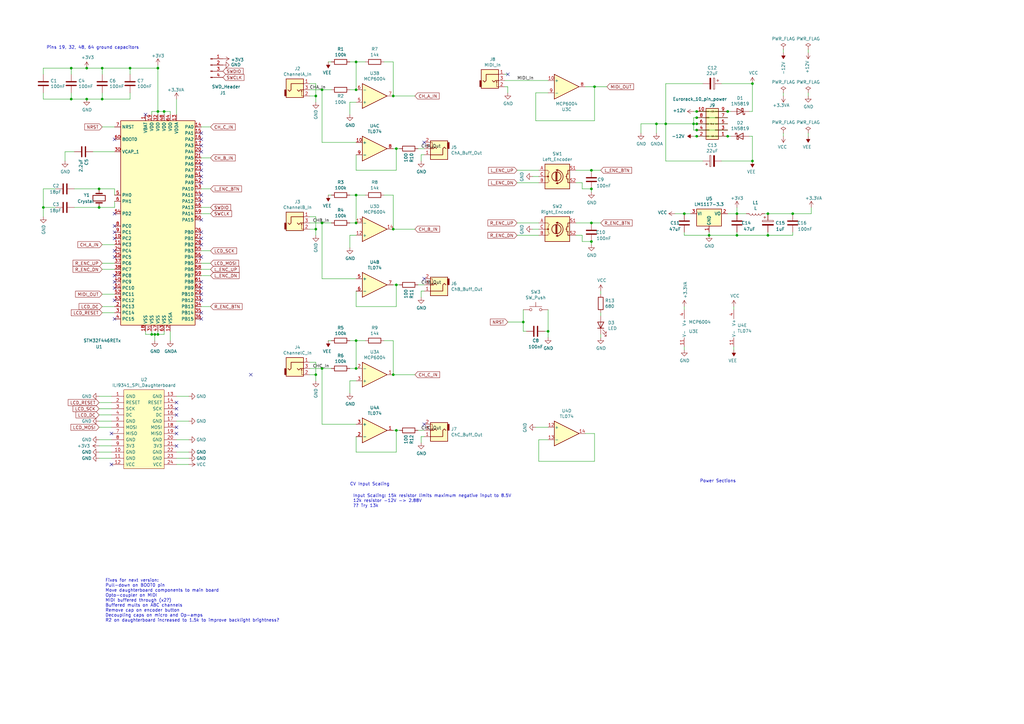
<source format=kicad_sch>
(kicad_sch (version 20211123) (generator eeschema)
  (paper "A3")
  (junction (at 35.56 40.64))
  (junction (at 17.78 85.09))
  (junction (at 214.63 132.08))
  (junction (at 308.61 66.04))
  (junction (at 146.05 36.83))
  (junction (at 162.56 60.96))
  (junction (at 132.08 91.44))
  (junction (at 242.57 91.44))
  (junction (at 308.61 34.29))
  (junction (at 132.08 151.13))
  (junction (at 161.29 153.67))
  (junction (at 314.96 87.63))
  (junction (at 162.56 176.53))
  (junction (at 35.56 27.94))
  (junction (at 146.05 80.01))
  (junction (at 242.57 69.85))
  (junction (at 146.05 151.13))
  (junction (at 129.54 93.98))
  (junction (at 285.75 55.88))
  (junction (at 325.12 87.63))
  (junction (at 40.64 85.09))
  (junction (at 146.05 25.4))
  (junction (at 302.26 96.52))
  (junction (at 67.31 45.72))
  (junction (at 40.64 77.47))
  (junction (at 302.26 87.63))
  (junction (at 64.77 137.16))
  (junction (at 29.21 27.94))
  (junction (at 224.79 135.89))
  (junction (at 285.75 45.72))
  (junction (at 129.54 153.67))
  (junction (at 243.84 35.56))
  (junction (at 242.57 77.47))
  (junction (at 161.29 39.37))
  (junction (at 63.5 137.16))
  (junction (at 53.34 27.94))
  (junction (at 64.77 27.94))
  (junction (at 146.05 91.44))
  (junction (at 162.56 116.84))
  (junction (at 41.91 27.94))
  (junction (at 285.75 48.26))
  (junction (at 298.45 45.72))
  (junction (at 314.96 96.52))
  (junction (at 273.05 50.8))
  (junction (at 41.91 40.64))
  (junction (at 280.67 87.63))
  (junction (at 146.05 139.7))
  (junction (at 285.75 53.34))
  (junction (at 242.57 99.06))
  (junction (at 290.83 96.52))
  (junction (at 29.21 40.64))
  (junction (at 161.29 93.98))
  (junction (at 284.48 50.8))
  (junction (at 132.08 36.83))
  (junction (at 269.24 50.8))
  (junction (at 285.75 50.8))
  (junction (at 64.77 45.72))
  (junction (at 129.54 39.37))
  (junction (at 298.45 55.88))
  (junction (at 62.23 137.16))
  (no_connect (at 46.99 57.15))
  (no_connect (at 72.39 170.18))
  (no_connect (at 46.99 130.81))
  (no_connect (at 82.55 69.85))
  (no_connect (at 72.39 165.1))
  (no_connect (at 46.99 118.11))
  (no_connect (at 82.55 95.25))
  (no_connect (at 46.99 115.57))
  (no_connect (at 102.87 153.67))
  (no_connect (at 173.99 58.42))
  (no_connect (at 82.55 62.23))
  (no_connect (at 82.55 105.41))
  (no_connect (at 82.55 80.01))
  (no_connect (at 46.99 92.71))
  (no_connect (at 72.39 175.26))
  (no_connect (at 59.69 46.99))
  (no_connect (at 208.28 30.48))
  (no_connect (at 173.99 173.99))
  (no_connect (at 82.55 120.65))
  (no_connect (at 45.72 190.5))
  (no_connect (at 46.99 87.63))
  (no_connect (at 46.99 102.87))
  (no_connect (at 82.55 72.39))
  (no_connect (at 82.55 115.57))
  (no_connect (at 82.55 97.79))
  (no_connect (at 46.99 97.79))
  (no_connect (at 173.99 114.3))
  (no_connect (at 46.99 95.25))
  (no_connect (at 45.72 177.8))
  (no_connect (at 82.55 67.31))
  (no_connect (at 72.39 182.88))
  (no_connect (at 82.55 74.93))
  (no_connect (at 82.55 128.27))
  (no_connect (at 82.55 118.11))
  (no_connect (at 82.55 54.61))
  (no_connect (at 82.55 57.15))
  (no_connect (at 82.55 100.33))
  (no_connect (at 46.99 113.03))
  (no_connect (at 82.55 130.81))
  (no_connect (at 46.99 105.41))
  (no_connect (at 82.55 82.55))
  (no_connect (at 72.39 177.8))
  (no_connect (at 46.99 123.19))
  (no_connect (at 72.39 167.64))
  (no_connect (at 82.55 59.69))
  (no_connect (at 82.55 90.17))
  (no_connect (at 82.55 123.19))
  (wire (pts (xy 72.39 185.42) (xy 77.47 185.42)))
  (wire (pts (xy 53.34 27.94) (xy 64.77 27.94)))
  (wire (pts (xy 132.08 36.83) (xy 135.89 36.83)))
  (wire (pts (xy 302.26 87.63) (xy 306.07 87.63)))
  (wire (pts (xy 162.56 116.84) (xy 163.83 116.84)))
  (wire (pts (xy 17.78 40.64) (xy 17.78 38.1)))
  (wire (pts (xy 173.99 63.5) (xy 172.72 63.5)))
  (wire (pts (xy 69.85 46.99) (xy 69.85 45.72)))
  (wire (pts (xy 262.89 50.8) (xy 262.89 54.61)))
  (wire (pts (xy 302.26 95.25) (xy 302.26 96.52)))
  (wire (pts (xy 134.62 25.4) (xy 135.89 25.4)))
  (wire (pts (xy 129.54 148.59) (xy 129.54 153.67)))
  (wire (pts (xy 64.77 45.72) (xy 64.77 46.99)))
  (wire (pts (xy 46.99 85.09) (xy 40.64 85.09)))
  (wire (pts (xy 243.84 177.8) (xy 243.84 189.23)))
  (wire (pts (xy 45.72 175.26) (xy 40.64 175.26)))
  (wire (pts (xy 46.99 100.33) (xy 41.91 100.33)))
  (wire (pts (xy 238.76 99.06) (xy 242.57 99.06)))
  (wire (pts (xy 59.69 137.16) (xy 59.69 135.89)))
  (wire (pts (xy 62.23 45.72) (xy 62.23 46.99)))
  (wire (pts (xy 41.91 125.73) (xy 46.99 125.73)))
  (wire (pts (xy 127 88.9) (xy 129.54 88.9)))
  (wire (pts (xy 162.56 60.96) (xy 163.83 60.96)))
  (wire (pts (xy 285.75 53.34) (xy 298.45 53.34)))
  (wire (pts (xy 302.26 96.52) (xy 314.96 96.52)))
  (wire (pts (xy 149.86 25.4) (xy 146.05 25.4)))
  (wire (pts (xy 300.99 125.73) (xy 300.99 127)))
  (wire (pts (xy 307.34 55.88) (xy 308.61 55.88)))
  (wire (pts (xy 45.72 165.1) (xy 40.64 165.1)))
  (wire (pts (xy 238.76 77.47) (xy 242.57 77.47)))
  (wire (pts (xy 284.48 53.34) (xy 285.75 53.34)))
  (wire (pts (xy 313.69 87.63) (xy 314.96 87.63)))
  (wire (pts (xy 157.48 25.4) (xy 161.29 25.4)))
  (wire (pts (xy 143.51 96.52) (xy 143.51 101.6)))
  (wire (pts (xy 53.34 40.64) (xy 53.34 38.1)))
  (wire (pts (xy 224.79 38.1) (xy 219.71 38.1)))
  (wire (pts (xy 69.85 135.89) (xy 69.85 139.7)))
  (wire (pts (xy 269.24 50.8) (xy 262.89 50.8)))
  (wire (pts (xy 127 148.59) (xy 129.54 148.59)))
  (wire (pts (xy 236.22 91.44) (xy 242.57 91.44)))
  (wire (pts (xy 46.99 120.65) (xy 41.91 120.65)))
  (wire (pts (xy 331.47 38.1) (xy 331.47 39.37)))
  (wire (pts (xy 172.72 179.07) (xy 172.72 181.61)))
  (wire (pts (xy 161.29 60.96) (xy 162.56 60.96)))
  (wire (pts (xy 171.45 176.53) (xy 173.99 176.53)))
  (wire (pts (xy 242.57 69.85) (xy 246.38 69.85)))
  (wire (pts (xy 162.56 185.42) (xy 162.56 176.53)))
  (wire (pts (xy 331.47 54.61) (xy 331.47 55.88)))
  (wire (pts (xy 64.77 135.89) (xy 64.77 137.16)))
  (wire (pts (xy 288.29 34.29) (xy 273.05 34.29)))
  (wire (pts (xy 212.09 69.85) (xy 220.98 69.85)))
  (wire (pts (xy 308.61 66.04) (xy 295.91 66.04)))
  (wire (pts (xy 17.78 40.64) (xy 29.21 40.64)))
  (wire (pts (xy 170.18 153.67) (xy 161.29 153.67)))
  (wire (pts (xy 170.18 39.37) (xy 161.29 39.37)))
  (wire (pts (xy 127 36.83) (xy 132.08 36.83)))
  (wire (pts (xy 242.57 99.06) (xy 242.57 100.33)))
  (wire (pts (xy 284.48 53.34) (xy 284.48 50.8)))
  (wire (pts (xy 171.45 60.96) (xy 173.99 60.96)))
  (wire (pts (xy 236.22 74.93) (xy 238.76 74.93)))
  (wire (pts (xy 214.63 132.08) (xy 214.63 135.89)))
  (wire (pts (xy 308.61 45.72) (xy 308.61 34.29)))
  (wire (pts (xy 72.39 187.96) (xy 77.47 187.96)))
  (wire (pts (xy 290.83 96.52) (xy 280.67 96.52)))
  (wire (pts (xy 314.96 87.63) (xy 325.12 87.63)))
  (wire (pts (xy 129.54 39.37) (xy 129.54 34.29)))
  (wire (pts (xy 157.48 139.7) (xy 161.29 139.7)))
  (wire (pts (xy 314.96 96.52) (xy 314.96 95.25)))
  (wire (pts (xy 224.79 127) (xy 224.79 135.89)))
  (wire (pts (xy 224.79 135.89) (xy 224.79 138.43)))
  (wire (pts (xy 30.48 62.23) (xy 26.67 62.23)))
  (wire (pts (xy 146.05 63.5) (xy 146.05 69.85)))
  (wire (pts (xy 82.55 85.09) (xy 86.36 85.09)))
  (wire (pts (xy 146.05 125.73) (xy 162.56 125.73)))
  (wire (pts (xy 284.48 50.8) (xy 285.75 50.8)))
  (wire (pts (xy 82.55 113.03) (xy 86.36 113.03)))
  (wire (pts (xy 298.45 45.72) (xy 299.72 45.72)))
  (wire (pts (xy 223.52 135.89) (xy 224.79 135.89)))
  (wire (pts (xy 280.67 142.24) (xy 280.67 143.51)))
  (wire (pts (xy 64.77 45.72) (xy 67.31 45.72)))
  (wire (pts (xy 82.55 64.77) (xy 86.36 64.77)))
  (wire (pts (xy 127 153.67) (xy 129.54 153.67)))
  (wire (pts (xy 132.08 151.13) (xy 135.89 151.13)))
  (wire (pts (xy 146.05 80.01) (xy 146.05 91.44)))
  (wire (pts (xy 284.48 48.26) (xy 284.48 50.8)))
  (wire (pts (xy 86.36 125.73) (xy 82.55 125.73)))
  (wire (pts (xy 308.61 55.88) (xy 308.61 66.04)))
  (wire (pts (xy 22.86 77.47) (xy 17.78 77.47)))
  (wire (pts (xy 127 151.13) (xy 132.08 151.13)))
  (wire (pts (xy 284.48 48.26) (xy 285.75 48.26)))
  (wire (pts (xy 146.05 119.38) (xy 146.05 125.73)))
  (wire (pts (xy 143.51 139.7) (xy 146.05 139.7)))
  (wire (pts (xy 162.56 176.53) (xy 163.83 176.53)))
  (wire (pts (xy 46.99 77.47) (xy 40.64 77.47)))
  (wire (pts (xy 143.51 91.44) (xy 146.05 91.44)))
  (wire (pts (xy 207.01 30.48) (xy 208.28 30.48)))
  (wire (pts (xy 82.55 52.07) (xy 86.36 52.07)))
  (wire (pts (xy 41.91 52.07) (xy 46.99 52.07)))
  (wire (pts (xy 146.05 96.52) (xy 143.51 96.52)))
  (wire (pts (xy 64.77 26.67) (xy 64.77 27.94)))
  (wire (pts (xy 146.05 25.4) (xy 146.05 36.83)))
  (wire (pts (xy 134.62 80.01) (xy 135.89 80.01)))
  (wire (pts (xy 30.48 85.09) (xy 40.64 85.09)))
  (wire (pts (xy 41.91 110.49) (xy 46.99 110.49)))
  (wire (pts (xy 45.72 162.56) (xy 40.64 162.56)))
  (wire (pts (xy 17.78 27.94) (xy 29.21 27.94)))
  (wire (pts (xy 290.83 96.52) (xy 302.26 96.52)))
  (wire (pts (xy 146.05 179.07) (xy 146.05 185.42)))
  (wire (pts (xy 29.21 38.1) (xy 29.21 40.64)))
  (wire (pts (xy 67.31 45.72) (xy 69.85 45.72)))
  (wire (pts (xy 161.29 116.84) (xy 162.56 116.84)))
  (wire (pts (xy 321.31 38.1) (xy 321.31 39.37)))
  (wire (pts (xy 82.55 107.95) (xy 86.36 107.95)))
  (wire (pts (xy 161.29 80.01) (xy 161.29 93.98)))
  (wire (pts (xy 46.99 82.55) (xy 46.99 85.09)))
  (wire (pts (xy 273.05 50.8) (xy 273.05 66.04)))
  (wire (pts (xy 220.98 180.34) (xy 224.79 180.34)))
  (wire (pts (xy 143.51 156.21) (xy 143.51 161.29)))
  (wire (pts (xy 242.57 78.74) (xy 242.57 77.47)))
  (wire (pts (xy 82.55 77.47) (xy 86.36 77.47)))
  (wire (pts (xy 82.55 110.49) (xy 86.36 110.49)))
  (wire (pts (xy 127 34.29) (xy 129.54 34.29)))
  (wire (pts (xy 132.08 58.42) (xy 146.05 58.42)))
  (wire (pts (xy 72.39 162.56) (xy 77.47 162.56)))
  (wire (pts (xy 82.55 87.63) (xy 86.36 87.63)))
  (wire (pts (xy 220.98 96.52) (xy 212.09 96.52)))
  (wire (pts (xy 314.96 96.52) (xy 325.12 96.52)))
  (wire (pts (xy 298.45 55.88) (xy 299.72 55.88)))
  (wire (pts (xy 290.83 95.25) (xy 290.83 96.52)))
  (wire (pts (xy 46.99 62.23) (xy 38.1 62.23)))
  (wire (pts (xy 143.51 80.01) (xy 146.05 80.01)))
  (wire (pts (xy 63.5 137.16) (xy 64.77 137.16)))
  (wire (pts (xy 129.54 39.37) (xy 129.54 41.91)))
  (wire (pts (xy 41.91 40.64) (xy 53.34 40.64)))
  (wire (pts (xy 64.77 45.72) (xy 64.77 27.94)))
  (wire (pts (xy 129.54 93.98) (xy 129.54 96.52)))
  (wire (pts (xy 332.74 87.63) (xy 325.12 87.63)))
  (wire (pts (xy 212.09 91.44) (xy 220.98 91.44)))
  (wire (pts (xy 284.48 55.88) (xy 285.75 55.88)))
  (wire (pts (xy 41.91 27.94) (xy 35.56 27.94)))
  (wire (pts (xy 171.45 116.84) (xy 173.99 116.84)))
  (wire (pts (xy 331.47 20.32) (xy 331.47 21.59)))
  (wire (pts (xy 143.51 151.13) (xy 146.05 151.13)))
  (wire (pts (xy 62.23 137.16) (xy 62.23 135.89)))
  (wire (pts (xy 218.44 93.98) (xy 220.98 93.98)))
  (wire (pts (xy 63.5 139.7) (xy 63.5 137.16)))
  (wire (pts (xy 300.99 142.24) (xy 300.99 143.51)))
  (wire (pts (xy 45.72 180.34) (xy 40.64 180.34)))
  (wire (pts (xy 29.21 27.94) (xy 35.56 27.94)))
  (wire (pts (xy 238.76 96.52) (xy 238.76 99.06)))
  (wire (pts (xy 132.08 36.83) (xy 132.08 58.42)))
  (wire (pts (xy 146.05 185.42) (xy 162.56 185.42)))
  (wire (pts (xy 285.75 48.26) (xy 298.45 48.26)))
  (wire (pts (xy 246.38 128.27) (xy 246.38 129.54)))
  (wire (pts (xy 246.38 119.38) (xy 246.38 120.65)))
  (wire (pts (xy 173.99 179.07) (xy 172.72 179.07)))
  (wire (pts (xy 243.84 189.23) (xy 220.98 189.23)))
  (wire (pts (xy 53.34 30.48) (xy 53.34 27.94)))
  (wire (pts (xy 219.71 49.53) (xy 243.84 49.53)))
  (wire (pts (xy 129.54 153.67) (xy 129.54 156.21)))
  (wire (pts (xy 29.21 30.48) (xy 29.21 27.94)))
  (wire (pts (xy 62.23 45.72) (xy 64.77 45.72)))
  (wire (pts (xy 220.98 74.93) (xy 212.09 74.93)))
  (wire (pts (xy 132.08 91.44) (xy 135.89 91.44)))
  (wire (pts (xy 220.98 189.23) (xy 220.98 180.34)))
  (wire (pts (xy 41.91 107.95) (xy 46.99 107.95)))
  (wire (pts (xy 280.67 87.63) (xy 283.21 87.63)))
  (wire (pts (xy 273.05 34.29) (xy 273.05 50.8)))
  (wire (pts (xy 240.03 35.56) (xy 243.84 35.56)))
  (wire (pts (xy 173.99 119.38) (xy 172.72 119.38)))
  (wire (pts (xy 218.44 72.39) (xy 220.98 72.39)))
  (wire (pts (xy 285.75 55.88) (xy 298.45 55.88)))
  (wire (pts (xy 127 91.44) (xy 132.08 91.44)))
  (wire (pts (xy 86.36 102.87) (xy 82.55 102.87)))
  (wire (pts (xy 41.91 30.48) (xy 41.91 27.94)))
  (wire (pts (xy 149.86 80.01) (xy 146.05 80.01)))
  (wire (pts (xy 67.31 135.89) (xy 67.31 137.16)))
  (wire (pts (xy 325.12 96.52) (xy 325.12 95.25)))
  (wire (pts (xy 242.57 91.44) (xy 246.38 91.44)))
  (wire (pts (xy 146.05 41.91) (xy 143.51 41.91)))
  (wire (pts (xy 46.99 128.27) (xy 41.91 128.27)))
  (wire (pts (xy 40.64 77.47) (xy 30.48 77.47)))
  (wire (pts (xy 280.67 125.73) (xy 280.67 127)))
  (wire (pts (xy 236.22 96.52) (xy 238.76 96.52)))
  (wire (pts (xy 269.24 50.8) (xy 273.05 50.8)))
  (wire (pts (xy 214.63 135.89) (xy 215.9 135.89)))
  (wire (pts (xy 308.61 34.29) (xy 295.91 34.29)))
  (wire (pts (xy 285.75 45.72) (xy 298.45 45.72)))
  (wire (pts (xy 72.39 40.64) (xy 72.39 46.99)))
  (wire (pts (xy 172.72 63.5) (xy 172.72 66.04)))
  (wire (pts (xy 269.24 54.61) (xy 269.24 50.8)))
  (wire (pts (xy 207.01 33.02) (xy 224.79 33.02)))
  (wire (pts (xy 288.29 66.04) (xy 273.05 66.04)))
  (wire (pts (xy 208.28 35.56) (xy 208.28 38.1)))
  (wire (pts (xy 143.51 41.91) (xy 143.51 46.99)))
  (wire (pts (xy 321.31 54.61) (xy 321.31 55.88)))
  (wire (pts (xy 132.08 173.99) (xy 146.05 173.99)))
  (wire (pts (xy 161.29 176.53) (xy 162.56 176.53)))
  (wire (pts (xy 45.72 182.88) (xy 40.64 182.88)))
  (wire (pts (xy 157.48 80.01) (xy 161.29 80.01)))
  (wire (pts (xy 143.51 25.4) (xy 146.05 25.4)))
  (wire (pts (xy 321.31 20.32) (xy 321.31 21.59)))
  (wire (pts (xy 146.05 156.21) (xy 143.51 156.21)))
  (wire (pts (xy 172.72 119.38) (xy 172.72 121.92)))
  (wire (pts (xy 143.51 36.83) (xy 146.05 36.83)))
  (wire (pts (xy 46.99 77.47) (xy 46.99 80.01)))
  (wire (pts (xy 17.78 30.48) (xy 17.78 27.94)))
  (wire (pts (xy 17.78 85.09) (xy 17.78 88.9)))
  (wire (pts (xy 298.45 50.8) (xy 285.75 50.8)))
  (wire (pts (xy 45.72 185.42) (xy 40.64 185.42)))
  (wire (pts (xy 208.28 132.08) (xy 214.63 132.08)))
  (wire (pts (xy 161.29 25.4) (xy 161.29 39.37)))
  (wire (pts (xy 45.72 187.96) (xy 40.64 187.96)))
  (wire (pts (xy 280.67 95.25) (xy 280.67 96.52)))
  (wire (pts (xy 146.05 69.85) (xy 162.56 69.85)))
  (wire (pts (xy 214.63 127) (xy 214.63 132.08)))
  (wire (pts (xy 62.23 137.16) (xy 63.5 137.16)))
  (wire (pts (xy 77.47 190.5) (xy 72.39 190.5)))
  (wire (pts (xy 207.01 35.56) (xy 208.28 35.56)))
  (wire (pts (xy 162.56 69.85) (xy 162.56 60.96)))
  (wire (pts (xy 134.62 139.7) (xy 135.89 139.7)))
  (wire (pts (xy 35.56 40.64) (xy 41.91 40.64)))
  (wire (pts (xy 240.03 177.8) (xy 243.84 177.8)))
  (wire (pts (xy 127 39.37) (xy 129.54 39.37)))
  (wire (pts (xy 307.34 45.72) (xy 308.61 45.72)))
  (wire (pts (xy 26.67 62.23) (xy 26.67 66.04)))
  (wire (pts (xy 219.71 38.1) (xy 219.71 49.53)))
  (wire (pts (xy 332.74 85.09) (xy 332.74 87.63)))
  (wire (pts (xy 45.72 170.18) (xy 40.64 170.18)))
  (wire (pts (xy 219.71 175.26) (xy 224.79 175.26)))
  (wire (pts (xy 59.69 137.16) (xy 62.23 137.16)))
  (wire (pts (xy 45.72 172.72) (xy 40.64 172.72)))
  (wire (pts (xy 132.08 91.44) (xy 132.08 114.3)))
  (wire (pts (xy 243.84 49.53) (xy 243.84 35.56)))
  (wire (pts (xy 132.08 151.13) (xy 132.08 173.99)))
  (wire (pts (xy 273.05 50.8) (xy 284.48 50.8)))
  (wire (pts (xy 127 93.98) (xy 129.54 93.98)))
  (wire (pts (xy 302.26 85.09) (xy 302.26 87.63)))
  (wire (pts (xy 149.86 139.7) (xy 146.05 139.7)))
  (wire (pts (xy 170.18 93.98) (xy 161.29 93.98)))
  (wire (pts (xy 276.86 87.63) (xy 280.67 87.63)))
  (wire (pts (xy 162.56 125.73) (xy 162.56 116.84)))
  (wire (pts (xy 17.78 77.47) (xy 17.78 85.09)))
  (wire (pts (xy 238.76 74.93) (xy 238.76 77.47)))
  (wire (pts (xy 132.08 114.3) (xy 146.05 114.3)))
  (wire (pts (xy 53.34 27.94) (xy 41.91 27.94)))
  (wire (pts (xy 17.78 85.09) (xy 22.86 85.09)))
  (wire (pts (xy 64.77 137.16) (xy 67.31 137.16)))
  (wire (pts (xy 29.21 40.64) (xy 35.56 40.64)))
  (wire (pts (xy 298.45 87.63) (xy 302.26 87.63)))
  (wire (pts (xy 236.22 69.85) (xy 242.57 69.85)))
  (wire (pts (xy 243.84 35.56) (xy 248.92 35.56)))
  (wire (pts (xy 45.72 167.64) (xy 40.64 167.64)))
  (wire (pts (xy 146.05 139.7) (xy 146.05 151.13)))
  (wire (pts (xy 72.39 172.72) (xy 77.47 172.72)))
  (wire (pts (xy 284.48 45.72) (xy 285.75 45.72)))
  (wire (pts (xy 72.39 180.34) (xy 77.47 180.34)))
  (wire (pts (xy 161.29 139.7) (xy 161.29 153.67)))
  (wire (pts (xy 67.31 46.99) (xy 67.31 45.72)))
  (wire (pts (xy 246.38 137.16) (xy 246.38 138.43)))
  (wire (pts (xy 41.91 38.1) (xy 41.91 40.64)))
  (wire (pts (xy 129.54 88.9) (xy 129.54 93.98)))
  (text "CV Input Scaling" (at 143.51 199.39 0) (effects (font (size 1.27 1.27)) (justify left bottom)))
  (text "Fixes for next version:\nPull-down on BOOT0 pin\nMove daughterboard components to main board\nOpto-coupler on MIDI\nMIDI buffered through (x2?)\nBuffered mults on ABC channels\nRemove cap on encoder button\nDecoupling caps on micro and Op-amps\nR2 on daughterboard increased to 1.5k to improve backlight brightness?" (at 43.18 255.27 0) (effects (font (size 1.27 1.27)) (justify left bottom)))
  (text "Power Sections" (at 287.02 198.12 0) (effects (font (size 1.27 1.27)) (justify left bottom)))
  (text "Input Scaling: 15k resistor limits maximum negative input to 8.5V\n12k resistor -12V -> 2.88V\n?? Try 13k" (at 144.78 208.28 0) (effects (font (size 1.27 1.27)) (justify left bottom)))
  (text "Pins 19, 32, 48, 64 ground capacitors" (at 19.05 20.32 0) (effects (font (size 1.27 1.27)) (justify left bottom)))
  (label "CHA_In" (at 127 36.83 0))
  (label "CHA_Out" (at 172.72 60.96 0))
  (label "CHB_Out" (at 172.72 116.84 0))
  (label "CHC_In" (at 128.27 151.13 0))
  (label "MIDI_In" (at 212.09 33.02 0))
  (label "CHC_Out" (at 172.72 176.53 0))
  (label "CHB_In" (at 128.27 91.44 0))
  (global_label "LCD_DC" (shape input) (at 40.64 170.18 180) (property "Intersheet References" "${INTERSHEET_REFS}" (effects hide)))
  (global_label "MIDI_OUT" (shape input) (at 41.91 120.65 180) (property "Intersheet References" "${INTERSHEET_REFS}" (effects hide)))
  (global_label "CH_C_IN" (shape input) (at 170.18 153.67 0) (property "Intersheet References" "${INTERSHEET_REFS}" (effects hide)))
  (global_label "LCD_DC" (shape input) (at 41.91 125.73 180) (property "Intersheet References" "${INTERSHEET_REFS}" (effects hide)))
  (global_label "L_ENC_BTN" (shape input) (at 86.36 77.47 0) (property "Intersheet References" "${INTERSHEET_REFS}" (effects hide)))
  (global_label "L_ENC_DN" (shape input) (at 86.36 113.03 0) (property "Intersheet References" "${INTERSHEET_REFS}" (effects hide)))
  (global_label "MIDI_OUT" (shape input) (at 248.92 35.56 0) (property "Intersheet References" "${INTERSHEET_REFS}" (effects hide)))
  (global_label "LCD_RESET" (shape input) (at 41.91 128.27 180) (property "Intersheet References" "${INTERSHEET_REFS}" (effects hide)))
  (global_label "R_ENC_UP" (shape input) (at 41.91 107.95 180) (property "Intersheet References" "${INTERSHEET_REFS}" (effects hide)))
  (global_label "SWDIO" (shape input) (at 91.44 29.21 0) (property "Intersheet References" "${INTERSHEET_REFS}" (effects hide)))
  (global_label "R_ENC_DN" (shape input) (at 41.91 110.49 180) (property "Intersheet References" "${INTERSHEET_REFS}" (effects hide)))
  (global_label "R_ENC_BTN" (shape input) (at 86.36 125.73 0) (property "Intersheet References" "${INTERSHEET_REFS}" (effects hide)))
  (global_label "NRST" (shape input) (at 41.91 52.07 180) (property "Intersheet References" "${INTERSHEET_REFS}" (effects hide)))
  (global_label "LCD_RESET" (shape input) (at 40.64 165.1 180) (property "Intersheet References" "${INTERSHEET_REFS}" (effects hide)))
  (global_label "CH_C_IN" (shape input) (at 86.36 52.07 0) (property "Intersheet References" "${INTERSHEET_REFS}" (effects hide)))
  (global_label "LCD_SCK" (shape input) (at 86.36 102.87 0) (property "Intersheet References" "${INTERSHEET_REFS}" (effects hide)))
  (global_label "L_ENC_BTN" (shape input) (at 246.38 69.85 0) (property "Intersheet References" "${INTERSHEET_REFS}" (effects hide)))
  (global_label "CH_B_IN" (shape input) (at 86.36 64.77 0) (property "Intersheet References" "${INTERSHEET_REFS}" (effects hide)))
  (global_label "NRST" (shape input) (at 208.28 132.08 180) (property "Intersheet References" "${INTERSHEET_REFS}" (effects hide)))
  (global_label "CH_A_IN" (shape input) (at 170.18 39.37 0) (property "Intersheet References" "${INTERSHEET_REFS}" (effects hide)))
  (global_label "R_ENC_DN" (shape input) (at 212.09 96.52 180) (property "Intersheet References" "${INTERSHEET_REFS}" (effects hide)))
  (global_label "CH_A_IN" (shape input) (at 41.91 100.33 180) (property "Intersheet References" "${INTERSHEET_REFS}" (effects hide)))
  (global_label "CH_B_IN" (shape input) (at 170.18 93.98 0) (property "Intersheet References" "${INTERSHEET_REFS}" (effects hide)))
  (global_label "SWDIO" (shape input) (at 86.36 85.09 0) (property "Intersheet References" "${INTERSHEET_REFS}" (effects hide)))
  (global_label "SWCLK" (shape input) (at 86.36 87.63 0) (property "Intersheet References" "${INTERSHEET_REFS}" (effects hide)))
  (global_label "R_ENC_UP" (shape input) (at 212.09 91.44 180) (property "Intersheet References" "${INTERSHEET_REFS}" (effects hide)))
  (global_label "L_ENC_DN" (shape input) (at 212.09 74.93 180) (property "Intersheet References" "${INTERSHEET_REFS}" (effects hide)))
  (global_label "L_ENC_UP" (shape input) (at 86.36 110.49 0) (property "Intersheet References" "${INTERSHEET_REFS}" (effects hide)))
  (global_label "L_ENC_UP" (shape input) (at 212.09 69.85 180) (property "Intersheet References" "${INTERSHEET_REFS}" (effects hide)))
  (global_label "LCD_MOSI" (shape input) (at 40.64 175.26 180) (property "Intersheet References" "${INTERSHEET_REFS}" (effects hide)))
  (global_label "LCD_SCK" (shape input) (at 40.64 167.64 180) (property "Intersheet References" "${INTERSHEET_REFS}" (effects hide)))
  (global_label "R_ENC_BTN" (shape input) (at 246.38 91.44 0) (property "Intersheet References" "${INTERSHEET_REFS}" (effects hide)))
  (global_label "LCD_MOSI" (shape input) (at 86.36 107.95 0) (property "Intersheet References" "${INTERSHEET_REFS}" (effects hide)))
  (global_label "SWCLK" (shape input) (at 91.44 31.75 0) (property "Intersheet References" "${INTERSHEET_REFS}" (effects hide)))
  (symbol (lib_id "Device:C") (at 34.29 62.23 270) (unit 1)
    (property "Reference" "C5" (at 35.4584 65.151 0) (effects (justify left)))
    (property "Value" "2.2uF" (at 33.147 65.151 0) (effects (justify left)))
    (property "Footprint" "Capacitors_SMD:C_0805_HandSoldering" (effects hide))
  )
  (symbol (lib_id "power:GND") (at 26.67 66.04 0) (unit 1)
    (property "Reference" "#PWR02" (effects hide))
    (property "Value" "GND" (at 26.797 70.4342 0))
  )
  (symbol (lib_id "Connector:Conn_01x04_Male") (at 86.36 26.67 0) (unit 1)
    (property "Reference" "J1" (at 91.44 38.1 0))
    (property "Value" "SWD_Header" (at 92.71 35.56 0))
    (property "Footprint" "Custom_Footprints:SWD_header" (effects hide))
  )
  (symbol (lib_id "oscar-rescue:+3.3V-power") (at 91.44 24.13 270) (unit 1)
    (property "Reference" "#PWR011" (effects hide))
    (property "Value" "+3.3V" (at 94.6912 24.511 90) (effects (justify left)))
  )
  (symbol (lib_id "power:GND") (at 91.44 26.67 90) (unit 1)
    (property "Reference" "#PWR012" (effects hide))
    (property "Value" "GND" (at 94.6912 26.543 90) (effects (justify right)))
  )
  (symbol (lib_id "Device:Crystal") (at 40.64 81.28 90) (unit 1)
    (property "Reference" "Y1" (at 34.29 80.01 90) (effects (justify right)))
    (property "Value" "Crystal" (at 31.75 82.55 90) (effects (justify right)))
    (property "Footprint" "Custom_Footprints:Crystal_SMD" (effects hide))
  )
  (symbol (lib_id "Device:C") (at 26.67 77.47 270) (unit 1)
    (property "Reference" "C2" (at 21.59 76.2 90) (effects (justify left)))
    (property "Value" "18pF" (at 20.32 78.74 90) (effects (justify left)))
    (property "Footprint" "Capacitors_SMD:C_0805_HandSoldering" (effects hide))
  )
  (symbol (lib_id "Device:C") (at 26.67 85.09 270) (unit 1)
    (property "Reference" "C3" (at 21.59 83.82 90) (effects (justify left)))
    (property "Value" "18pF" (at 20.32 86.36 90) (effects (justify left)))
    (property "Footprint" "Capacitors_SMD:C_0805_HandSoldering" (effects hide))
  )
  (symbol (lib_id "power:GND") (at 17.78 88.9 0) (unit 1)
    (property "Reference" "#PWR01" (effects hide))
    (property "Value" "GND" (at 17.907 92.1512 90) (effects (justify right)))
  )
  (symbol (lib_id "oscar-rescue:+3.3V-power") (at 64.77 26.67 0) (unit 1)
    (property "Reference" "#PWR06" (effects hide))
    (property "Value" "+3.3V" (at 64.77 22.86 0))
  )
  (symbol (lib_id "power:GND") (at 63.5 139.7 0) (unit 1)
    (property "Reference" "#PWR05" (effects hide))
    (property "Value" "GND" (at 63.627 144.0942 0))
  )
  (symbol (lib_id "oscar-rescue:+3.3V-power") (at 35.56 27.94 0) (unit 1)
    (property "Reference" "#PWR03" (effects hide))
    (property "Value" "+3.3V" (at 35.941 23.5458 0))
  )
  (symbol (lib_id "Device:C") (at 17.78 34.29 0) (unit 1)
    (property "Reference" "C1" (at 20.701 33.1216 0) (effects (justify left)))
    (property "Value" "100nF" (at 20.701 35.433 0) (effects (justify left)))
    (property "Footprint" "Capacitors_SMD:C_0805_HandSoldering" (effects hide))
  )
  (symbol (lib_id "power:GND") (at 35.56 40.64 0) (unit 1)
    (property "Reference" "#PWR04" (effects hide))
    (property "Value" "GND" (at 35.687 45.0342 0))
  )
  (symbol (lib_id "Device:C") (at 29.21 34.29 0) (unit 1)
    (property "Reference" "C4" (at 32.131 33.1216 0) (effects (justify left)))
    (property "Value" "100nF" (at 32.131 35.433 0) (effects (justify left)))
    (property "Footprint" "Capacitors_SMD:C_0805_HandSoldering" (effects hide))
  )
  (symbol (lib_id "Device:C") (at 41.91 34.29 0) (unit 1)
    (property "Reference" "C6" (at 44.831 33.1216 0) (effects (justify left)))
    (property "Value" "100nF" (at 44.831 35.433 0) (effects (justify left)))
    (property "Footprint" "Capacitors_SMD:C_0805_HandSoldering" (effects hide))
  )
  (symbol (lib_id "Device:C") (at 53.34 34.29 0) (unit 1)
    (property "Reference" "C7" (at 56.261 33.1216 0) (effects (justify left)))
    (property "Value" "100nF" (at 56.261 35.433 0) (effects (justify left)))
    (property "Footprint" "Capacitors_SMD:C_0805_HandSoldering" (effects hide))
  )
  (symbol (lib_id "oscar-rescue:+3.3V-power") (at 302.26 85.09 0) (unit 1)
    (property "Reference" "#PWR041" (effects hide))
    (property "Value" "+3.3V" (at 302.26 81.28 0))
  )
  (symbol (lib_id "power:PWR_FLAG") (at 331.47 38.1 0) (unit 1)
    (property "Reference" "#FLG05" (effects hide))
    (property "Value" "PWR_FLAG" (at 331.47 33.6804 0))
  )
  (symbol (lib_id "power:GND") (at 331.47 39.37 0) (unit 1)
    (property "Reference" "#PWR048" (effects hide))
    (property "Value" "GND" (at 331.597 43.7642 0))
  )
  (symbol (lib_id "Regulator_Linear:LM1117-3.3") (at 290.83 87.63 0) (unit 1)
    (property "Reference" "U5" (at 290.83 81.4832 0))
    (property "Value" "LM1117-3.3" (at 290.83 83.7946 0))
    (property "Footprint" "TO_SOT_Packages_SMD:TO-252-3_TabPin2" (effects hide))
    (property "Datasheet" "http://www.ti.com/lit/ds/symlink/lm1117.pdf" (effects hide))
  )
  (symbol (lib_id "Amplifier_Operational:MCP6004") (at 153.67 39.37 0) (mirror x) (unit 2)
    (property "Reference" "U3" (at 153.67 30.0482 0))
    (property "Value" "MCP6004" (at 153.67 32.3596 0))
    (property "Footprint" "SMD_Packages:SOIC-14_N" (effects hide))
    (property "Datasheet" "http://ww1.microchip.com/downloads/en/DeviceDoc/21733j.pdf" (effects hide))
  )
  (symbol (lib_id "Device:R") (at 153.67 25.4 270) (unit 1)
    (property "Reference" "R7" (at 153.67 20.1422 90))
    (property "Value" "14k" (at 153.67 22.4536 90))
    (property "Footprint" "Resistors_SMD:R_0805_HandSoldering" (effects hide))
  )
  (symbol (lib_id "Device:R") (at 139.7 25.4 270) (unit 1)
    (property "Reference" "R1" (at 139.7 20.1422 90))
    (property "Value" "100k" (at 139.7 22.4536 90))
    (property "Footprint" "Resistors_SMD:R_0805_HandSoldering" (effects hide))
  )
  (symbol (lib_id "Device:R") (at 139.7 36.83 270) (unit 1)
    (property "Reference" "R2" (at 139.7 39.37 90))
    (property "Value" "100k" (at 139.7 41.91 90))
    (property "Footprint" "Resistors_SMD:R_0805_HandSoldering" (effects hide))
  )
  (symbol (lib_id "power:GND") (at 143.51 46.99 0) (unit 1)
    (property "Reference" "#PWR019" (effects hide))
    (property "Value" "GND" (at 143.637 51.3842 0))
  )
  (symbol (lib_id "Amplifier_Operational:MCP6004") (at 153.67 93.98 0) (mirror x) (unit 4)
    (property "Reference" "U3" (at 153.67 84.6582 0))
    (property "Value" "MCP6004" (at 153.67 86.9696 0))
    (property "Footprint" "SMD_Packages:SOIC-14_N" (effects hide))
    (property "Datasheet" "http://ww1.microchip.com/downloads/en/DeviceDoc/21733j.pdf" (effects hide))
  )
  (symbol (lib_id "Device:R") (at 153.67 80.01 270) (unit 1)
    (property "Reference" "R8" (at 153.67 74.7522 90))
    (property "Value" "14k" (at 153.67 77.0636 90))
    (property "Footprint" "Resistors_SMD:R_0805_HandSoldering" (effects hide))
  )
  (symbol (lib_id "Device:R") (at 139.7 80.01 270) (unit 1)
    (property "Reference" "R3" (at 139.7 74.7522 90))
    (property "Value" "100k" (at 139.7 77.0636 90))
    (property "Footprint" "Resistors_SMD:R_0805_HandSoldering" (effects hide))
  )
  (symbol (lib_id "Device:R") (at 139.7 91.44 270) (unit 1)
    (property "Reference" "R4" (at 139.7 86.1822 90))
    (property "Value" "100k" (at 139.7 88.4936 90))
    (property "Footprint" "Resistors_SMD:R_0805_HandSoldering" (effects hide))
  )
  (symbol (lib_id "power:GND") (at 143.51 101.6 0) (unit 1)
    (property "Reference" "#PWR020" (effects hide))
    (property "Value" "GND" (at 143.637 105.9942 0))
  )
  (symbol (lib_id "Device:C") (at 302.26 91.44 0) (unit 1)
    (property "Reference" "C14" (at 306.07 91.44 0))
    (property "Value" "47uF" (at 307.34 93.98 0))
    (property "Footprint" "Capacitors_SMD:CP_Elec_5x5.8" (effects hide))
  )
  (symbol (lib_id "Device:L") (at 309.88 87.63 270) (unit 1)
    (property "Reference" "L1" (at 309.88 83.1088 90))
    (property "Value" "L" (at 309.88 85.4202 90))
    (property "Footprint" "Resistors_SMD:R_0805_HandSoldering" (effects hide))
  )
  (symbol (lib_id "power:+3.3VA") (at 332.74 85.09 0) (unit 1)
    (property "Reference" "#PWR050" (effects hide))
    (property "Value" "+3.3VA" (at 330.2 81.28 0) (effects (justify left)))
  )
  (symbol (lib_id "Device:C") (at 280.67 91.44 0) (unit 1)
    (property "Reference" "C11" (at 276.86 91.44 0))
    (property "Value" "47uF" (at 276.86 93.98 0))
    (property "Footprint" "Capacitors_SMD:CP_Elec_5x5.8" (effects hide))
  )
  (symbol (lib_id "Amplifier_Operational:MCP6004") (at 153.67 153.67 0) (mirror x) (unit 1)
    (property "Reference" "U3" (at 153.67 144.3482 0))
    (property "Value" "MCP6004" (at 153.67 146.6596 0))
    (property "Footprint" "SMD_Packages:SOIC-14_N" (effects hide))
    (property "Datasheet" "http://ww1.microchip.com/downloads/en/DeviceDoc/21733j.pdf" (effects hide))
  )
  (symbol (lib_id "Device:R") (at 153.67 139.7 270) (unit 1)
    (property "Reference" "R9" (at 153.67 134.4422 90))
    (property "Value" "14k" (at 153.67 136.7536 90))
    (property "Footprint" "Resistors_SMD:R_0805_HandSoldering" (effects hide))
  )
  (symbol (lib_id "Device:R") (at 139.7 139.7 270) (unit 1)
    (property "Reference" "R5" (at 139.7 134.4422 90))
    (property "Value" "100k" (at 139.7 136.7536 90))
    (property "Footprint" "Resistors_SMD:R_0805_HandSoldering" (effects hide))
  )
  (symbol (lib_id "Device:R") (at 139.7 151.13 270) (unit 1)
    (property "Reference" "R6" (at 139.7 145.8722 90))
    (property "Value" "100k" (at 139.7 148.1836 90))
    (property "Footprint" "Resistors_SMD:R_0805_HandSoldering" (effects hide))
  )
  (symbol (lib_id "power:GND") (at 143.51 161.29 0) (unit 1)
    (property "Reference" "#PWR021" (effects hide))
    (property "Value" "GND" (at 143.637 165.6842 0))
  )
  (symbol (lib_id "Amplifier_Operational:MCP6004") (at 232.41 35.56 0) (unit 3)
    (property "Reference" "U3" (at 232.41 44.8818 0))
    (property "Value" "MCP6004" (at 232.41 42.5704 0))
    (property "Footprint" "SMD_Packages:SOIC-14_N" (effects hide))
    (property "Datasheet" "http://ww1.microchip.com/downloads/en/DeviceDoc/21733j.pdf" (effects hide))
  )
  (symbol (lib_id "thonkiconn:AudioJack2_Ground_Switch") (at 121.92 36.83 0) (unit 1)
    (property "Reference" "J2" (at 122.0216 28.1432 0))
    (property "Value" "ChannelA_In" (at 122.0216 30.4546 0))
    (property "Footprint" "Custom_Footprints:THONKICONN_hole" (effects hide))
  )
  (symbol (lib_id "power:GND") (at 129.54 41.91 0) (unit 1)
    (property "Reference" "#PWR016" (effects hide))
    (property "Value" "GND" (at 129.54 46.99 90))
  )
  (symbol (lib_id "Diode:1N5819") (at 303.53 45.72 180) (unit 1)
    (property "Reference" "D1" (at 303.53 40.2336 0))
    (property "Value" "1N5819" (at 303.53 42.545 0))
    (property "Footprint" "Diodes_SMD:D_SOD-123" (effects hide))
    (property "Datasheet" "http://www.vishay.com/docs/88525/1n5817.pdf" (effects hide))
  )
  (symbol (lib_id "Diode:1N5819") (at 303.53 55.88 0) (unit 1)
    (property "Reference" "D2" (at 303.53 50.3936 0))
    (property "Value" "1N5819" (at 303.53 52.705 0))
    (property "Footprint" "Diodes_SMD:D_SOD-123" (effects hide))
    (property "Datasheet" "http://www.vishay.com/docs/88525/1n5817.pdf" (effects hide))
  )
  (symbol (lib_id "oscar-rescue:CP-Device") (at 292.1 34.29 270) (unit 1)
    (property "Reference" "C12" (at 292.1 27.813 90))
    (property "Value" "22uF" (at 292.1 30.1244 90))
    (property "Footprint" "Capacitors_SMD:CP_Elec_4x5.8" (effects hide))
  )
  (symbol (lib_id "Device:R") (at 167.64 60.96 270) (unit 1)
    (property "Reference" "R10" (at 168.8084 62.738 0) (effects (justify left)))
    (property "Value" "100" (at 166.497 62.738 0) (effects (justify left)))
    (property "Footprint" "Resistors_SMD:R_0805_HandSoldering" (effects hide))
  )
  (symbol (lib_id "oscar-rescue:CP-Device") (at 292.1 66.04 90) (unit 1)
    (property "Reference" "C13" (at 292.1 59.563 90))
    (property "Value" "22uF" (at 292.1 61.8744 90))
    (property "Footprint" "Capacitors_SMD:CP_Elec_4x5.8" (effects hide))
  )
  (symbol (lib_id "Amplifier_Operational:MCP6004") (at 283.21 134.62 0) (unit 5)
    (property "Reference" "U3" (at 284.48 135.89 0))
    (property "Value" "MCP6004" (at 287.02 132.08 0))
    (property "Footprint" "SMD_Packages:SOIC-14_N" (effects hide))
    (property "Datasheet" "http://ww1.microchip.com/downloads/en/DeviceDoc/21733j.pdf" (effects hide))
  )
  (symbol (lib_id "power:+3.3VA") (at 280.67 125.73 0) (unit 1)
    (property "Reference" "#PWR034" (effects hide))
    (property "Value" "+3.3VA" (at 281.051 122.4788 90) (effects (justify left)))
  )
  (symbol (lib_id "power:GND") (at 280.67 143.51 0) (unit 1)
    (property "Reference" "#PWR035" (effects hide))
    (property "Value" "GND" (at 280.797 147.9042 0))
  )
  (symbol (lib_id "power:VEE") (at 308.61 66.04 180) (unit 1)
    (property "Reference" "#PWR043" (effects hide))
    (property "Value" "VEE" (at 308.1528 70.4342 0))
  )
  (symbol (lib_id "power:VCC") (at 308.61 34.29 0) (unit 1)
    (property "Reference" "#PWR042" (effects hide))
    (property "Value" "VCC" (at 309.0418 29.8958 0))
  )
  (symbol (lib_id "power:-12V") (at 284.48 55.88 90) (unit 1)
    (property "Reference" "#PWR037" (effects hide))
    (property "Value" "-12V" (at 278.13 55.88 90))
  )
  (symbol (lib_id "power:+12V") (at 284.48 45.72 90) (unit 1)
    (property "Reference" "#PWR036" (effects hide))
    (property "Value" "+12V" (at 281.2288 45.339 90) (effects (justify left)))
  )
  (symbol (lib_id "power:+3.3VA") (at 72.39 40.64 0) (unit 1)
    (property "Reference" "#PWR010" (effects hide))
    (property "Value" "+3.3VA" (at 68.58 36.83 0) (effects (justify left)))
  )
  (symbol (lib_id "power:GND") (at 262.89 54.61 0) (unit 1)
    (property "Reference" "#PWR031" (effects hide))
    (property "Value" "GND" (at 263.017 59.0042 0))
  )
  (symbol (lib_id "power:VEE") (at 300.99 143.51 180) (unit 1)
    (property "Reference" "#PWR040" (effects hide))
    (property "Value" "VEE" (at 300.5328 147.9042 0))
  )
  (symbol (lib_id "power:VCC") (at 300.99 125.73 0) (unit 1)
    (property "Reference" "#PWR039" (effects hide))
    (property "Value" "VCC" (at 301.4218 121.3358 0))
  )
  (symbol (lib_id "power:VCC") (at 276.86 87.63 90) (unit 1)
    (property "Reference" "#PWR033" (effects hide))
    (property "Value" "VCC" (at 273.6342 87.1728 90) (effects (justify left)))
  )
  (symbol (lib_id "thonkiconn:AudioJack2_Ground_Switch") (at 121.92 91.44 0) (unit 1)
    (property "Reference" "J3" (at 122.0216 82.7532 0))
    (property "Value" "ChannelB_In" (at 122.0216 85.0646 0))
    (property "Footprint" "Custom_Footprints:THONKICONN_hole" (effects hide))
  )
  (symbol (lib_id "power:GND") (at 129.54 96.52 0) (unit 1)
    (property "Reference" "#PWR017" (effects hide))
    (property "Value" "GND" (at 129.54 101.6 90))
  )
  (symbol (lib_id "thonkiconn:AudioJack2_Ground_Switch") (at 121.92 151.13 0) (unit 1)
    (property "Reference" "J4" (at 122.0216 142.4432 0))
    (property "Value" "ChannelC_In" (at 122.0216 144.7546 0))
    (property "Footprint" "Custom_Footprints:THONKICONN_hole" (effects hide))
  )
  (symbol (lib_id "power:GND") (at 129.54 156.21 0) (unit 1)
    (property "Reference" "#PWR018" (effects hide))
    (property "Value" "GND" (at 129.54 161.29 90))
  )
  (symbol (lib_id "thonkiconn:AudioJack2_Ground_Switch") (at 201.93 33.02 0) (unit 1)
    (property "Reference" "J8" (at 202.0316 24.3332 0))
    (property "Value" "MIDI_In" (at 202.0316 26.6446 0))
    (property "Footprint" "Custom_Footprints:THONKICONN_hole" (effects hide))
  )
  (symbol (lib_id "power:PWR_FLAG") (at 321.31 38.1 0) (unit 1)
    (property "Reference" "#FLG02" (effects hide))
    (property "Value" "PWR_FLAG" (at 321.31 33.6804 0))
  )
  (symbol (lib_id "power:+3.3VA") (at 321.31 39.37 180) (unit 1)
    (property "Reference" "#PWR045" (effects hide))
    (property "Value" "+3.3VA" (at 323.85 43.18 0) (effects (justify left)))
  )
  (symbol (lib_id "power:VEE") (at 331.47 55.88 180) (unit 1)
    (property "Reference" "#PWR049" (effects hide))
    (property "Value" "VEE" (at 331.0128 60.2742 0))
  )
  (symbol (lib_id "power:PWR_FLAG") (at 331.47 54.61 0) (unit 1)
    (property "Reference" "#FLG06" (effects hide))
    (property "Value" "PWR_FLAG" (at 331.47 50.1904 0))
  )
  (symbol (lib_id "power:PWR_FLAG") (at 321.31 54.61 0) (unit 1)
    (property "Reference" "#FLG03" (effects hide))
    (property "Value" "PWR_FLAG" (at 321.31 50.1904 0))
  )
  (symbol (lib_id "power:VCC") (at 321.31 55.88 180) (unit 1)
    (property "Reference" "#PWR046" (effects hide))
    (property "Value" "VCC" (at 320.8782 60.2742 0))
  )
  (symbol (lib_id "thonkiconn:AudioJack2_Ground_Switch") (at 179.07 60.96 180) (unit 1)
    (property "Reference" "J5" (at 184.9882 60.4266 0) (effects (justify right)))
    (property "Value" "ChA_Buff_Out" (at 184.9882 62.738 0) (effects (justify right)))
    (property "Footprint" "Custom_Footprints:THONKICONN_hole" (effects hide))
  )
  (symbol (lib_id "power:GND") (at 172.72 66.04 0) (unit 1)
    (property "Reference" "#PWR022" (effects hide))
    (property "Value" "GND" (at 172.847 70.4342 0))
  )
  (symbol (lib_id "Amplifier_Operational:TL074") (at 153.67 60.96 0) (unit 3)
    (property "Reference" "U4" (at 153.67 51.6382 0))
    (property "Value" "TL074" (at 153.67 53.9496 0))
    (property "Footprint" "SMD_Packages:SOIC-14_N" (effects hide))
    (property "Datasheet" "http://www.ti.com/lit/ds/symlink/tl071.pdf" (effects hide))
  )
  (symbol (lib_id "Amplifier_Operational:TL074") (at 153.67 116.84 0) (unit 2)
    (property "Reference" "U4" (at 153.67 107.5182 0))
    (property "Value" "TL074" (at 153.67 109.8296 0))
    (property "Footprint" "SMD_Packages:SOIC-14_N" (effects hide))
    (property "Datasheet" "http://www.ti.com/lit/ds/symlink/tl071.pdf" (effects hide))
  )
  (symbol (lib_id "Amplifier_Operational:TL074") (at 153.67 176.53 0) (unit 1)
    (property "Reference" "U4" (at 153.67 167.2082 0))
    (property "Value" "TL074" (at 153.67 169.5196 0))
    (property "Footprint" "SMD_Packages:SOIC-14_N" (effects hide))
    (property "Datasheet" "http://www.ti.com/lit/ds/symlink/tl071.pdf" (effects hide))
  )
  (symbol (lib_id "Amplifier_Operational:TL074") (at 232.41 177.8 0) (unit 4)
    (property "Reference" "U4" (at 232.41 168.4782 0))
    (property "Value" "TL074" (at 232.41 170.7896 0))
    (property "Footprint" "SMD_Packages:SOIC-14_N" (effects hide))
    (property "Datasheet" "http://www.ti.com/lit/ds/symlink/tl071.pdf" (effects hide))
  )
  (symbol (lib_id "power:GND") (at 219.71 175.26 270) (unit 1)
    (property "Reference" "#PWR027" (effects hide))
    (property "Value" "GND" (at 215.3158 175.387 0))
  )
  (symbol (lib_id "Amplifier_Operational:TL074") (at 303.53 134.62 0) (unit 5)
    (property "Reference" "U4" (at 302.4632 133.4516 0) (effects (justify left)))
    (property "Value" "TL074" (at 302.4632 135.763 0) (effects (justify left)))
    (property "Footprint" "SMD_Packages:SOIC-14_N" (effects hide))
    (property "Datasheet" "http://www.ti.com/lit/ds/symlink/tl071.pdf" (effects hide))
  )
  (symbol (lib_id "MCU_ST_STM32F4:STM32F446RETx") (at 64.77 90.17 0) (unit 1)
    (property "Reference" "U1" (at 40.64 142.24 0))
    (property "Value" "STM32F446RETx" (at 41.91 139.7 0))
    (property "Footprint" "Package_QFP:LQFP-64_10x10mm_P0.5mm" (effects hide))
    (property "Datasheet" "http://www.st.com/st-web-ui/static/active/en/resource/technical/document/datasheet/DM00141306.pdf" (effects hide))
  )
  (symbol (lib_id "Switch:SW_Push") (at 219.71 127 0) (unit 1)
    (property "Reference" "SW3" (at 219.71 119.761 0))
    (property "Value" "SW_Push" (at 219.71 122.0724 0))
    (property "Footprint" "Buttons_Switches_THT:SW_PUSH_6mm" (effects hide))
  )
  (symbol (lib_id "power:GND") (at 172.72 121.92 0) (unit 1)
    (property "Reference" "#PWR023" (effects hide))
    (property "Value" "GND" (at 172.847 126.3142 0))
  )
  (symbol (lib_id "Device:R") (at 167.64 116.84 270) (unit 1)
    (property "Reference" "R11" (at 168.8084 118.618 0) (effects (justify left)))
    (property "Value" "100" (at 166.497 118.618 0) (effects (justify left)))
    (property "Footprint" "Resistors_SMD:R_0805_HandSoldering" (effects hide))
  )
  (symbol (lib_id "thonkiconn:AudioJack2_Ground_Switch") (at 179.07 116.84 180) (unit 1)
    (property "Reference" "J6" (at 184.9882 116.3066 0) (effects (justify right)))
    (property "Value" "ChB_Buff_Out" (at 184.9882 118.618 0) (effects (justify right)))
    (property "Footprint" "Custom_Footprints:THONKICONN_hole" (effects hide))
  )
  (symbol (lib_id "power:GNDA") (at 269.24 54.61 0) (unit 1)
    (property "Reference" "#PWR032" (effects hide))
    (property "Value" "GNDA" (at 269.367 59.0042 0))
  )
  (symbol (lib_id "power:GNDA") (at 69.85 139.7 0) (unit 1)
    (property "Reference" "#PWR09" (effects hide))
    (property "Value" "GNDA" (at 69.977 144.0942 0))
  )
  (symbol (lib_id "power:GND") (at 218.44 93.98 270) (unit 1)
    (property "Reference" "#PWR026" (effects hide))
    (property "Value" "GND" (at 214.0458 94.107 0))
  )
  (symbol (lib_id "power:GND") (at 242.57 100.33 0) (unit 1)
    (property "Reference" "#PWR030" (effects hide))
    (property "Value" "GND" (at 242.697 104.7242 0))
  )
  (symbol (lib_id "power:GND") (at 218.44 72.39 270) (unit 1)
    (property "Reference" "#PWR025" (effects hide))
    (property "Value" "GND" (at 214.0458 72.517 0))
  )
  (symbol (lib_id "power:GND") (at 242.57 78.74 0) (unit 1)
    (property "Reference" "#PWR029" (effects hide))
    (property "Value" "GND" (at 242.697 83.1342 0))
  )
  (symbol (lib_id "power:+12V") (at 331.47 21.59 180) (unit 1)
    (property "Reference" "#PWR047" (effects hide))
    (property "Value" "+12V" (at 331.089 24.8412 90) (effects (justify left)))
  )
  (symbol (lib_id "power:PWR_FLAG") (at 331.47 20.32 0) (unit 1)
    (property "Reference" "#FLG04" (effects hide))
    (property "Value" "PWR_FLAG" (at 331.47 15.9004 0))
  )
  (symbol (lib_id "power:GND") (at 172.72 181.61 0) (unit 1)
    (property "Reference" "#PWR024" (effects hide))
    (property "Value" "GND" (at 172.847 186.0042 0))
  )
  (symbol (lib_id "Device:R") (at 167.64 176.53 270) (unit 1)
    (property "Reference" "R12" (at 168.8084 178.308 0) (effects (justify left)))
    (property "Value" "100" (at 166.497 178.308 0) (effects (justify left)))
    (property "Footprint" "Resistors_SMD:R_0805_HandSoldering" (effects hide))
  )
  (symbol (lib_id "thonkiconn:AudioJack2_Ground_Switch") (at 179.07 176.53 180) (unit 1)
    (property "Reference" "J7" (at 184.9882 175.9966 0) (effects (justify right)))
    (property "Value" "ChC_Buff_Out" (at 184.9882 178.308 0) (effects (justify right)))
    (property "Footprint" "Custom_Footprints:THONKICONN_hole" (effects hide))
  )
  (symbol (lib_id "power:-12V") (at 321.31 21.59 180) (unit 1)
    (property "Reference" "#PWR044" (effects hide))
    (property "Value" "-12V" (at 321.31 27.94 90))
  )
  (symbol (lib_id "power:PWR_FLAG") (at 321.31 20.32 0) (unit 1)
    (property "Reference" "#FLG01" (effects hide))
    (property "Value" "PWR_FLAG" (at 321.31 15.9004 0))
  )
  (symbol (lib_id "power:GND") (at 40.64 162.56 270) (mirror x) (unit 1)
    (property "Reference" "#PWR013" (effects hide))
    (property "Value" "GND" (at 35.56 162.56 90))
  )
  (symbol (lib_id "oscar-rescue:+3.3V-power") (at 40.64 182.88 90) (mirror x) (unit 1)
    (property "Reference" "#PWR015" (effects hide))
    (property "Value" "+3.3V" (at 34.29 182.88 90))
  )
  (symbol (lib_id "Device:C") (at 325.12 91.44 0) (unit 1)
    (property "Reference" "C16" (at 328.93 91.44 0))
    (property "Value" "100nF" (at 330.2 93.98 0))
    (property "Footprint" "Capacitors_SMD:C_0805_HandSoldering" (effects hide))
  )
  (symbol (lib_id "oscar-rescue:CP-Device") (at 314.96 91.44 0) (unit 1)
    (property "Reference" "C15" (at 320.04 91.44 0))
    (property "Value" "1uF" (at 320.04 93.98 0))
    (property "Footprint" "Capacitors_SMD:CP_Elec_4x5.8" (effects hide))
  )
  (symbol (lib_id "power:GND") (at 290.83 96.52 0) (unit 1)
    (property "Reference" "#PWR038" (effects hide))
    (property "Value" "GND" (at 290.957 100.9142 0))
  )
  (symbol (lib_id "Device:C") (at 242.57 73.66 0) (unit 1)
    (property "Reference" "C9" (at 246.38 73.66 0))
    (property "Value" "100nF" (at 247.65 76.2 0))
    (property "Footprint" "Capacitors_SMD:C_0805_HandSoldering" (effects hide))
  )
  (symbol (lib_id "Device:C") (at 242.57 95.25 0) (unit 1)
    (property "Reference" "C10" (at 246.38 95.25 0))
    (property "Value" "100nF" (at 247.65 97.79 0))
    (property "Footprint" "Capacitors_SMD:C_0805_HandSoldering" (effects hide))
  )
  (symbol (lib_id "Device:R") (at 246.38 124.46 0) (unit 1)
    (property "Reference" "R13" (at 248.158 123.2916 0) (effects (justify left)))
    (property "Value" "680" (at 248.158 125.603 0) (effects (justify left)))
    (property "Footprint" "Resistors_SMD:R_0805_HandSoldering" (effects hide))
  )
  (symbol (lib_id "Device:LED") (at 246.38 133.35 90) (unit 1)
    (property "Reference" "D3" (at 249.3518 132.3594 90) (effects (justify right)))
    (property "Value" "LED" (at 249.3518 134.6708 90) (effects (justify right)))
    (property "Footprint" "LEDs:LED_D5.0mm" (effects hide))
  )
  (symbol (lib_id "power:GND") (at 246.38 138.43 0) (unit 1)
    (property "Reference" "#PWR08" (effects hide))
    (property "Value" "GND" (at 246.507 142.8242 0))
  )
  (symbol (lib_id "power:VCC") (at 246.38 119.38 0) (unit 1)
    (property "Reference" "#PWR07" (effects hide))
    (property "Value" "VCC" (at 246.8118 114.9858 0))
  )
  (symbol (lib_id "Device:C") (at 219.71 135.89 270) (unit 1)
    (property "Reference" "C8" (at 219.71 139.7 90))
    (property "Value" "100nF" (at 219.71 142.24 90))
    (property "Footprint" "Capacitors_SMD:C_0805_HandSoldering" (effects hide))
  )
  (symbol (lib_id "power:GND") (at 224.79 138.43 0) (unit 1)
    (property "Reference" "#PWR028" (effects hide))
    (property "Value" "GND" (at 224.917 142.8242 0))
  )
  (symbol (lib_id "power:GND") (at 40.64 172.72 270) (mirror x) (unit 1)
    (property "Reference" "#PWR0105" (effects hide))
    (property "Value" "GND" (at 35.56 172.72 90))
  )
  (symbol (lib_id "power:GND") (at 40.64 180.34 270) (mirror x) (unit 1)
    (property "Reference" "#PWR0106" (effects hide))
    (property "Value" "GND" (at 35.56 180.34 90))
  )
  (symbol (lib_id "power:GND") (at 40.64 185.42 270) (mirror x) (unit 1)
    (property "Reference" "#PWR0107" (effects hide))
    (property "Value" "GND" (at 35.56 185.42 90))
  )
  (symbol (lib_id "power:GND") (at 40.64 187.96 270) (mirror x) (unit 1)
    (property "Reference" "#PWR0108" (effects hide))
    (property "Value" "GND" (at 35.56 187.96 90))
  )
  (symbol (lib_id "power:GND") (at 77.47 162.56 90) (unit 1)
    (property "Reference" "#PWR0109" (effects hide))
    (property "Value" "GND" (at 82.55 162.56 90))
  )
  (symbol (lib_id "power:VCC") (at 77.47 190.5 270) (mirror x) (unit 1)
    (property "Reference" "#PWR0111" (effects hide))
    (property "Value" "VCC" (at 82.55 190.5 90))
  )
  (symbol (lib_id "power:GND") (at 77.47 180.34 90) (unit 1)
    (property "Reference" "#PWR0113" (effects hide))
    (property "Value" "GND" (at 82.55 180.34 90))
  )
  (symbol (lib_id "power:GND") (at 77.47 185.42 90) (unit 1)
    (property "Reference" "#PWR0114" (effects hide))
    (property "Value" "GND" (at 82.55 185.42 90))
  )
  (symbol (lib_id "power:GND") (at 77.47 187.96 90) (unit 1)
    (property "Reference" "#PWR0115" (effects hide))
    (property "Value" "GND" (at 82.55 187.96 90))
  )
  (symbol (lib_id "ili9341_spi:ILI9341_SPI_Daughterboard") (at 45.72 162.56 0) (unit 1)
    (property "Reference" "U2" (at 59.055 155.702 0))
    (property "Value" "ILI9341_SPI_Daughterboard" (at 59.055 158.0134 0))
    (property "Footprint" "Custom_Footprints:ILI9341_SPI_daughterboard" (effects hide))
    (property "Datasheet" "http://pan.baidu.com/s/11Y990" (effects hide))
  )
  (symbol (lib_id "power:GND") (at 208.28 38.1 0) (unit 1)
    (property "Reference" "#PWR0101" (effects hide))
    (property "Value" "GND" (at 208.407 42.4942 0))
  )
  (symbol (lib_id "oscar-rescue:Rotary_Encoder_Switch-Device") (at 228.6 72.39 0) (unit 1)
    (property "Reference" "SW1" (at 228.6 63.0682 0))
    (property "Value" "Left_Encoder" (at 228.6 65.3796 0))
    (property "Footprint" "Custom_Footprints:Encoder" (effects hide))
  )
  (symbol (lib_id "oscar-rescue:Rotary_Encoder_Switch-Device") (at 228.6 93.98 0) (unit 1)
    (property "Reference" "SW2" (at 228.6 84.6582 0))
    (property "Value" "Right_Encoder" (at 228.6 86.9696 0))
    (property "Footprint" "Custom_Footprints:Encoder" (effects hide))
  )
  (symbol (lib_id "Eurorack_Header:Eurorack_10_pin_power") (at 293.37 50.8 180) (unit 1)
    (property "Reference" "J9" (at 292.1 43.18 0))
    (property "Value" "Eurorack_10_pin_power" (at 287.02 40.64 0))
    (property "Footprint" "Custom_Footprints:Eurorack_10_pin_header" (effects hide))
  )
  (symbol (lib_id "power:VEE") (at 134.62 25.4 180) (unit 1)
    (property "Reference" "#PWR0102" (effects hide))
    (property "Value" "VEE" (at 134.1628 29.7942 0))
  )
  (symbol (lib_id "power:VEE") (at 134.62 80.01 180) (unit 1)
    (property "Reference" "#PWR0103" (effects hide))
    (property "Value" "VEE" (at 134.1628 84.4042 0))
  )
  (symbol (lib_id "power:VEE") (at 134.62 139.7 180) (unit 1)
    (property "Reference" "#PWR0104" (effects hide))
    (property "Value" "VEE" (at 134.1628 144.0942 0))
  )
  (symbol (lib_id "power:GND") (at 77.47 172.72 90) (unit 1)
    (property "Reference" "#PWR0110" (effects hide))
    (property "Value" "GND" (at 82.55 172.72 90))
  )
)
</source>
